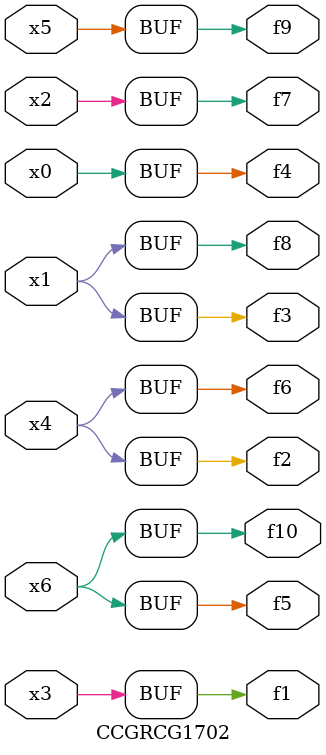
<source format=v>
module CCGRCG1702(
	input x0, x1, x2, x3, x4, x5, x6,
	output f1, f2, f3, f4, f5, f6, f7, f8, f9, f10
);
	assign f1 = x3;
	assign f2 = x4;
	assign f3 = x1;
	assign f4 = x0;
	assign f5 = x6;
	assign f6 = x4;
	assign f7 = x2;
	assign f8 = x1;
	assign f9 = x5;
	assign f10 = x6;
endmodule

</source>
